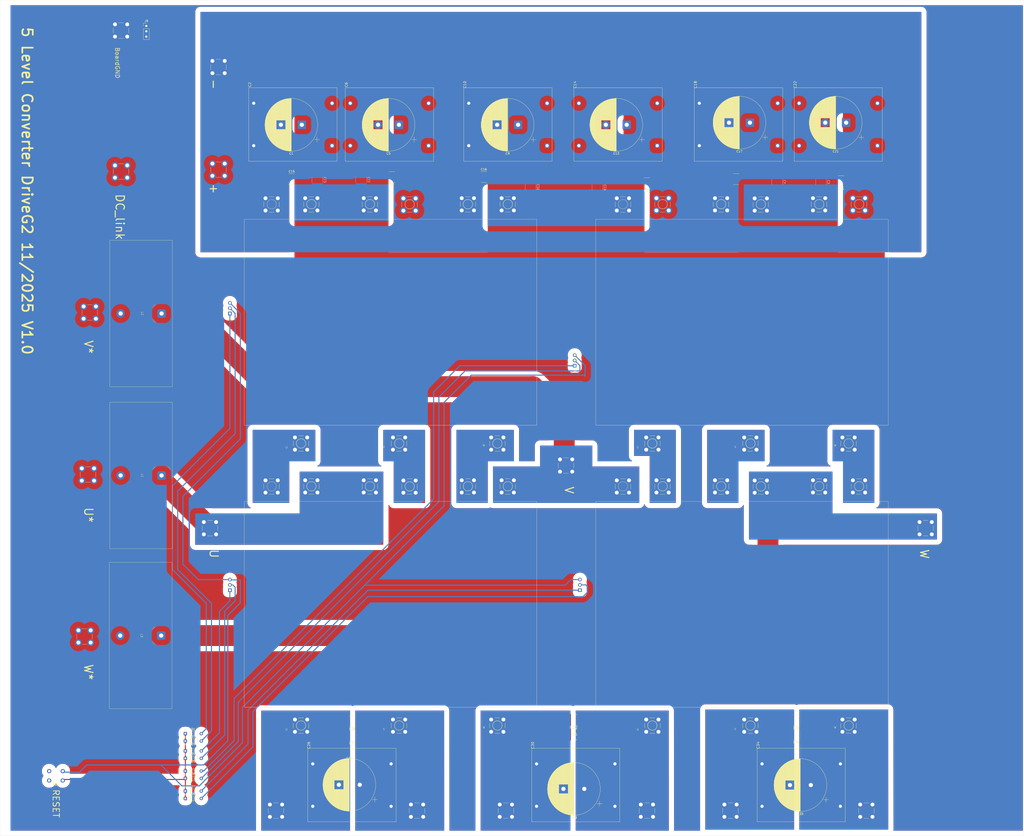
<source format=kicad_pcb>
(kicad_pcb (version 20241229) (generator "pcbnew") (generator_version "9.0")
  (layers (0 "F.Cu" signal) (2 "B.Cu" signal) (13 "F.Paste" user) (15 "B.Paste" user) (5 "F.SilkS" user "F.Silkscreen") (7 "B.SilkS" user "B.Silkscreen") (1 "F.Mask" user) (3 "B.Mask" user) (25 "Edge.Cuts" user))
  (net 0 "")
  (net 1 "/Vn")
  (net 2 "/Mid1")
  (net 3 "/Vp")
  (net 4 "Net-(D1-K)")
  (net 5 "Net-(D1-A)")
  (net 6 "/O2")
  (net 7 "/O1")
  (net 8 "/O4")
  (net 9 "/O3")
  (net 10 "/O5")
  (net 11 "/O6")
  (net 12 "/U")
  (net 13 "/V")
  (net 14 "/W")
  (net 15 "/I1")
  (net 16 "/I3")
  (net 17 "/I2")
  (net 18 "/I5")
  (net 19 "/I4")
  (net 20 "/I6")
  (net 21 "Net-(D2-A)")
  (net 22 "Net-(D3-A)")
  (net 23 "Net-(D4-A)")
  (net 24 "Net-(D5-A)")
  (net 25 "Net-(D6-A)")
  (net 26 "Net-(D7-A)")
  (net 27 "Net-(D8-A)")
  (net 28 "Net-(J4-Pin_3)")
  (net 29 "/GND")
  (net 30 "Net-(J19-Pin_1)")
  (net 31 "Net-(J20-Pin_1)")
  (net 32 "Net-(J21-Pin_1)")
  (footprint "PowerPCB:DriveG2Screw" (layer "F.Cu") (at 463.5 171.45)
    (property "Reference" "U3" (hide yes))
    (property "Value" "~" (hide yes))
  )
  (footprint "Diode_THT:D_DO-35_SOD27_P7.62mm_Horizontal" (layer "F.Cu") (at 213.69 430)
    (property "Reference" "D6")
    (property "Value" "1N914")
  )
  (footprint "Capacitor_SMD:C_2220_5750Metric_Pad1.97x5.40mm_HandSolder" (layer "F.Cu") (at 399.8625 402 180)
    (property "Reference" "C32")
    (property "Value" "C")
  )
  (footprint "Button_Switch_THT:SW_PUSH_6mm" (layer "F.Cu") (at 155 431 180)
    (property "Reference" "SW1")
    (property "Value" "SW_Push")
  )
  (footprint "Capacitor_THT:CP_Radial_D25.0mm_P10.00mm_SnapIn" (layer "F.Cu") (at 513.000371 433.185 180)
    (property "Reference" "C33")
    (property "Value" "C_Polarized")
  )
  (footprint "Capacitor_THT:CP_Radial_D25.0mm_P10.00mm_SnapIn" (layer "F.Cu") (at 404.605371 435 180)
    (property "Reference" "C29")
    (property "Value" "C_Polarized")
  )
  (footprint "Capacitor_THT:CP_Radial_D25.0mm_P10.00mm_SnapIn" (layer "F.Cu") (at 424.895 117.185 180)
    (property "Reference" "C13")
    (property "Value" "C_Polarized")
  )
  (footprint "Capacitor_SMD:C_2220_5750Metric_Pad1.97x5.40mm_HandSolder" (layer "F.Cu") (at 293.5325 409.635 180)
    (property "Reference" "C27")
    (property "Value" "C")
  )
  (footprint "Connector_PinHeader_2.54mm:PinHeader_1x03_P2.54mm_Vertical" (layer "F.Cu") (at 400 232.5 180)
    (property "Reference" "J6")
    (property "Value" "Conn_01x03_Pin")
  )
  (footprint "PowerComponentLibrary:Wuerth_REDCUBE-THR_WP-THRSH_74651175_THR" (layer "F.Cu") (at 167.065 284.565 -90)
    (property "Reference" "J19" (hide yes))
    (property "Value" "Conn_01x01_Pin" (hide yes))
  )
  (footprint "Capacitor_THT:CP_Radial_D25.0mm_P10.00mm_SnapIn" (layer "F.Cu") (at 529.895 116.185 180)
    (property "Reference" "C21")
    (property "Value" "C_Polarized")
  )
  (footprint "Capacitor_SMD:C_2220_5750Metric_Pad1.97x5.40mm_HandSolder" (layer "F.Cu") (at 506.0325 402.135 180)
    (property "Reference" "C36")
    (property "Value" "C")
  )
  (footprint "PowerComponentLibrary:Wuerth_REDCUBE-THR_WP-THRSH_74651175_THR" (layer "F.Cu") (at 539.565 445.435)
    (property "Reference" "J14" (hide yes))
    (property "Value" "Conn_01x01_Pin" (hide yes))
  )
  (footprint "PowerComponentLibrary:C_Wurth_WCAP-FTDB-L42W35H50" (layer "F.Cu") (at 330.095 127.185 180)
    (property "Reference" "C6")
    (property "Value" "C_Polarized" (hide yes))
  )
  (footprint "Capacitor_SMD:C_2220_5750Metric_Pad1.97x5.40mm_HandSolder" (layer "F.Cu") (at 293.5325 402.685 180)
    (property "Reference" "C28")
    (property "Value" "C")
  )
  (footprint "Connector_PinHeader_2.54mm:PinHeader_1x03_P2.54mm_Vertical" (layer "F.Cu") (at 235 339.92 180)
    (property "Reference" "J5")
    (property "Value" "Connector_PinHeader_1.00mm:PinHeader_1x03_P1.00mm_Vertical")
  )
  (footprint "PowerComponentLibrary:Wuerth_REDCUBE-THR_WP-THRSH_74651175_THR" (layer "F.Cu") (at 182.935 139.565 90)
    (property "Reference" "J15" (hide yes))
    (property "Value" "Conn_01x01_Pin" (hide yes))
  )
  (footprint "PowerComponentLibrary:Wuerth_REDCUBE-THR_WP-THRSH_74651175_THR" (layer "F.Cu") (at 257.065 445.435)
    (property "Reference" "J3" (hide yes))
    (property "Value" "Conn_01x01_Pin" (hide yes))
  )
  (footprint "PowerComponentLibrary:Wuerth_REDCUBE-THR_WP-THRSH_74651175_THR" (layer "F.Cu") (at 324.565 445.435)
    (property "Reference" "J10" (hide yes))
    (property "Value" "Conn_01x01_Pin" (hide yes))
  )
  (footprint "Capacitor_SMD:C_2220_5750Metric_Pad1.97x5.40mm_HandSolder" (layer "F.Cu") (at 399.8625 408.95 180)
    (property "Reference" "C31")
    (property "Value" "C")
  )
  (footprint "PowerComponentLibrary:Wuerth_REDCUBE-THR_WP-THRSH_74651175_THR" (layer "F.Cu") (at 395.895 280.25)
    (property "Reference" "J17" (hide yes))
    (property "Value" "Conn_01x01_Pin" (hide yes))
  )
  (footprint "Capacitor_SMD:C_2220_5750Metric_Pad1.97x5.40mm_HandSolder" (layer "F.Cu") (at 527.5325 144.185 180)
    (property "Reference" "C24")
    (property "Value" "C")
  )
  (footprint "Capacitor_THT:CP_Radial_D25.0mm_P10.00mm_SnapIn" (layer "F.Cu") (at 483.845 116.185 180)
    (property "Reference" "C17")
    (property "Value" "C_Polarized")
  )
  (footprint "PowerComponentLibrary:C_Wurth_WCAP-FTDB-L42W35H50" (layer "F.Cu") (at 283.895 127.185 180)
    (property "Reference" "C2")
    (property "Value" "C_Polarized" (hide yes))
  )
  (footprint "Capacitor_SMD:C_2220_5750Metric_Pad1.97x5.40mm_HandSolder" (layer "F.Cu") (at 264.5325 143.185)
    (property "Reference" "C15")
    (property "Value" "C")
  )
  (footprint "Diode_THT:D_DO-35_SOD27_P7.62mm_Horizontal" (layer "F.Cu") (at 213.69 436.05)
    (property "Reference" "D7")
    (property "Value" "1N914")
  )
  (footprint "PowerComponentLibrary:C_Wurth_WCAP-FTDB-L42W35H50" (layer "F.Cu") (at 312.145 443.335 180)
    (property "Reference" "C26")
    (property "Value" "C_Polarized" (hide yes))
  )
  (footprint "PowerComponentLibrary:Wuerth_REDCUBE-THR_WP-THRSH_74651175_THR" (layer "F.Cu") (at 567.96 310.25)
    (property "Reference" "J18" (hide yes))
    (property "Value" "Conn_01x01_Pin" (hide yes))
  )
  (footprint "PowerComponentLibrary:Wuerth_REDCUBE-THR_WP-THRSH_74651175_THR" (layer "F.Cu") (at 434.565 445.435)
    (property "Reference" "J12" (hide yes))
    (property "Value" "Conn_01x01_Pin" (hide yes))
  )
  (footprint "PowerPCB:DriveG2Screw" (layer "F.Cu") (at 463.5 306.45)
    (property "Reference" "U4" (hide yes))
    (property "Value" "~" (hide yes))
  )
  (footprint "Capacitor_THT:CP_Radial_D25.0mm_P10.00mm_SnapIn" (layer "F.Cu") (at 315.895 117.185 180)
    (property "Reference" "C5")
    (property "Value" "C_Polarized")
  )
  (footprint "Diode_THT:D_DO-35_SOD27_P7.62mm_Horizontal" (layer "F.Cu") (at 213.69 408.55)
    (property "Reference" "D1")
    (property "Value" "1N914")
  )
  (footprint "Connector_PinHeader_2.54mm:PinHeader_1x03_P2.54mm_Vertical" (layer "F.Cu") (at 402.5 339.92 180)
    (property "Reference" "J7")
    (property "Value" "Conn_01x03_Pin")
  )
  (footprint "Capacitor_THT:CP_Radial_D25.0mm_P10.00mm_SnapIn" (layer "F.Cu") (at 297.145 433.035 180)
    (property "Reference" "C25")
    (property "Value" "C_Polarized")
  )
  (footprint "Capacitor_SMD:C_2220_5750Metric_Pad1.97x5.40mm_HandSolder" (layer "F.Cu") (at 356.5325 142.185)
    (property "Reference" "C16")
    (property "Value" "C")
  )
  (footprint "PowerComponentLibrary:Wuerth_REDCUBE-THR_WP-THRSH_74651175_THR" (layer "F.Cu") (at 367.065 445.435)
    (property "Reference" "J11" (hide yes))
    (property "Value" "Conn_01x01_Pin" (hide yes))
  )
  (footprint "Connector_PinHeader_2.54mm:PinHeader_1x03_P2.54mm_Vertical" (layer "F.Cu") (at 235 207.5 180)
    (property "Reference" "J4")
    (property "Value" "Conn_01x03_Pin")
  )
  (footprint "PowerComponentLibrary:Wuerth_REDCUBE-THR_WP-THRSH_74651175_THR" (layer "F.Cu") (at 165.435 362.065 -90)
    (property "Reference" "J21" (hide yes))
    (property "Value" "Conn_01x01_Pin" (hide yes))
  )
  (footprint "PowerComponentLibrary:C_Wurth_WCAP-FTDB-L42W35H50" (layer "F.Cu") (at 419.250371 443.335 180)
    (property "Reference" "C30")
    (property "Value" "C_Polarized" (hide yes))
  )
  (footprint "Capacitor_THT:CP_Radial_D25.0mm_P10.00mm_SnapIn" (layer "F.Cu") (at 372.895 117.185 180)
    (property "Reference" "C9")
    (property "Value" "C_Polarized")
  )
  (footprint "PowerPCB:Inductor" (layer "F.Cu") (at 192.5 207.5 -90)
    (property "Reference" "L2")
    (property "Value" "L")
  )
  (footprint "PowerComponentLibrary:Wuerth_REDCUBE-THR_WP-THRSH_74651175_THR" (layer "F.Cu") (at 182.935 72.065)
    (property "Reference" "J8" (hide yes))
    (property "Value" "Conn_01x01_Pin" (hide yes))
  )
  (footprint "Capacitor_SMD:C_2220_5750Metric_Pad1.97x5.40mm_HandSolder" (layer "F.Cu") (at 312.5325 142.185 180)
    (property "Reference" "C8")
    (property "Value" "C")
  )
  (footprint "PowerComponentLibrary:Wuerth_REDCUBE-THR_WP-THRSH_74651175_THR" (layer "F.Cu") (at 167.935 207.065 -90)
    (property "Reference" "J20" (hide yes))
    (property "Value" "Conn_01x01_Pin" (hide yes))
  )
  (footprint "PowerComponentLibrary:Wuerth_REDCUBE-THR_WP-THRSH_74651175_THR" (layer "F.Cu") (at 225.46 310.25)
    (property "Reference" "J2" (hide yes))
    (property "Value" "Conn_01x01_Pin" (hide yes))
  )
  (footprint "Capacitor_THT:CP_Radial_D25.0mm_P10.00mm_SnapIn" (layer "F.Cu") (at 269.395 117.185 180)
    (property "Reference" "C1")
    (property "Value" "C_Polarized")
  )
  (footprint "Capacitor_SMD:C_2220_5750Metric_Pad1.97x5.40mm_HandSolder" (layer "F.Cu") (at 506.0325 409.085 180)
    (property "Reference" "C35")
    (property "Value" "C")
  )
  (footprint "PowerPCB:Inductor" (layer "F.Cu") (at 192.3 361.63 -90)
    (property "Reference" "L3")
    (property "Value" "L")
  )
  (footprint "Diode_THT:D_DO-35_SOD27_P7.62mm_Horizontal" (layer "F.Cu") (at 213.69 416.85)
    (property "Reference" "D3")
    (property "Value" "1N914")
  )
  (footprint "PowerComponentLibrary:C_Wurth_WCAP-FTDB-L42W35H50" (layer "F.Cu") (at 439.495 127.185 180)
    (property "Reference" "C14")
    (property "Value" "C_Polarized" (hide yes))
  )
  (footprint "PowerComponentLibrary:Wuerth_REDCUBE-THR_WP-THRSH_74651175_THR" (layer "F.Cu") (at 474.565 445.435)
    (property "Reference" "J13" (hide yes))
    (property "Value" "Conn_01x01_Pin" (hide yes))
  )
  (footprint "PowerComponentLibrary:C_Wurth_WCAP-FTDB-L42W35H50" (layer "F.Cu") (at 497.145 127.185 180)
    (property "Reference" "C18")
    (property "Value" "C_Polarized" (hide yes))
  )
  (footprint "Diode_THT:D_DO-35_SOD27_P7.62mm_Horizontal" (layer "F.Cu") (at 213.69 412.1)
    (property "Reference" "D2")
    (property "Value" "1N914")
  )
  (footprint "Diode_THT:D_DO-35_SOD27_P7.62mm_Horizontal" (layer "F.Cu") (at 213.69 420.4)
    (property "Reference" "D4")
    (property "Value" "1N914")
  )
  (footprint "PowerPCB:Inductor" (layer "F.Cu") (at 192.5 285 -90)
    (property "Reference" "L1")
    (property "Value" "L")
  )
  (footprint "PowerPCB:DriveG2Screw" (layer "F.Cu") (at 295.4 171.45)
    (property "Reference" "U2" (hide yes))
    (property "Value" "~" (hide yes))
  )
  (footprint "PowerComponentLibrary:C_Wurth_WCAP-FTDB-L42W35H50" (layer "F.Cu") (at 544.895 127.185 180)
    (property "Reference" "C22")
    (property "Value" "C_Polarized" (hide yes))
  )
  (footprint "PowerComponentLibrary:C_Wurth_WCAP-FTDB-L42W35H50" (layer "F.Cu") (at 386.795 127.185 180)
    (property "Reference" "C10")
    (property "Value" "C_Polarized" (hide yes))
  )
  (footprint "Capacitor_SMD:C_2220_5750Metric_Pad1.97x5.40mm_HandSolder" (layer "F.Cu") (at 434.5325 145.185 180)
    (property "Reference" "C23")
    (property "Value" "C")
  )
  (footprint "Connector_PinHeader_2.54mm:PinHeader_1x03_P2.54mm_Vertical" (layer "F.Cu") (at 195 69.92)
    (property "Reference" "J9")
    (property "Value" "Conn_01x03_Pin")
  )
  (footprint "PowerComponentLibrary:C_Wurth_WCAP-FTDB-L42W35H50" (layer "F.Cu") (at 527.145 443.335 180)
    (property "Reference" "C34")
    (property "Value" "C_Polarized" (hide yes))
  )
  (footprint "Diode_THT:D_DO-35_SOD27_P7.62mm_Horizontal" (layer "F.Cu") (at 213.69 426.45)
    (property "Reference" "D5")
    (property "Value" "1N914")
  )
  (footprint "Diode_THT:D_DO-35_SOD27_P7.62mm_Horizontal" (layer "F.Cu") (at 213.69 439.6)
    (property "Reference" "D8")
    (property "Value" "1N914")
  )
  (footprint "PowerComponentLibrary:Wuerth_REDCUBE-THR_WP-THRSH_74651175_THR" (layer "F.Cu") (at 229.565 138.695)
    (property "Reference" "J1" (hide yes))
    (property "Value" "Conn_01x01_Pin" (hide yes))
  )
  (footprint "PowerComponentLibrary:Wuerth_REDCUBE-THR_WP-THRSH_74651175_THR" (layer "F.Cu") (at 229.565 89.565)
    (property "Reference" "J16" (hide yes))
    (property "Value" "Conn_01x01_Pin" (hide yes))
  )
  (footprint "Capacitor_SMD:C_2220_5750Metric_Pad1.97x5.40mm_HandSolder" (layer "F.Cu") (at 477.2575 143.185)
    (property "Reference" "C7")
    (property "Value" "C")
  )
  (footprint "PowerPCB:DriveG2Screw" (layer "F.Cu") (at 295.4 306.45)
    (property "Reference" "U1" (hide yes))
    (property "Value" "~" (hide yes))
  )
  (footprint "Capacitor_SMD:C_2220_5750Metric_Pad1.97x5.40mm_HandSolder" (layer "B.Cu") (at 378.895 147.0125 90)
    (property "Reference" "C20")
    (property "Value" "C")
  )
  (footprint "Capacitor_SMD:C_2220_5750Metric_Pad1.97x5.40mm_HandSolder" (layer "B.Cu") (at 276.895 143.5475 90)
    (property "Reference" "C12")
    (property "Value" "C")
  )
  (footprint "Capacitor_SMD:C_2220_5750Metric_Pad1.97x5.40mm_HandSolder" (layer "B.Cu") (at 517.895 144.5475 90)
    (property "Reference" "C3")
    (property "Value" "C")
  )
  (footprint "Capacitor_SMD:C_2220_5750Metric_Pad1.97x5.40mm_HandSolder" (layer "B.Cu") (at 496.895 144.5475 90)
    (property "Reference" "C4")
    (property "Value" "C")
  )
  (footprint "Capacitor_SMD:C_2220_5750Metric_Pad1.97x5.40mm_HandSolder" (layer "B.Cu") (at 297.845 143.5475 90)
    (property "Reference" "C11")
    (property "Value" "C")
  )
  (footprint "Capacitor_SMD:C_2220_5750Metric_Pad1.97x5.40mm_HandSolder" (layer "B.Cu") (at 410.895 147.185 90)
    (property "Reference" "C19")
    (property "Value" "C")
  )
  (gr_rect (start 125 57.5) (end 615 457.5) (stroke (width 0.05)) (fill no) (layer "Edge.Cuts"))
  (gr_text "U" (at 225 320 270) (layer "F.SilkS") (effects (font (size 4 4) (thickness 0.5)) (justify left bottom)))
  (gr_text "U*" (at 165 300 270) (layer "F.SilkS") (effects (font (size 4 4) (thickness 0.5)) (justify left bottom)))
  (gr_text "+" (at 225 145 270) (layer "F.SilkS") (effects (font (size 4 4) (thickness 0.5)) (justify left bottom)))
  (gr_text "W" (at 565 320 270) (layer "F.SilkS") (effects (font (size 4 4) (thickness 0.5)) (justify left bottom)))
  (gr_text "DC_link\n" (at 180 150 270) (layer "F.SilkS") (effects (font (size 4 4) (thickness 0.5)) (justify left bottom)))
  (gr_text "BoardGND\n" (at 180 80 270) (layer "F.SilkS") (effects (font (size 2 2) (thickness 0.25)) (justify left bottom)))
  (gr_text "5 Level Converter DriveG2 11/2025 V1.0" (at 135 70 270) (layer "F.SilkS") (effects (font (size 5 5) (thickness 0.8)) (justify left bottom)))
  (gr_text "V\n" (at 395 290 270) (layer "F.SilkS") (effects (font (size 4 4) (thickness 0.5)) (justify left bottom)))
  (gr_text "RESET" (at 150 435 270) (layer "F.SilkS") (effects (font (size 3 3) (thickness 0.375)) (justify left bottom)))
  (gr_text "W*\n" (at 165 375 270) (layer "F.SilkS") (effects (font (size 4 4) (thickness 0.5)) (justify left bottom)))
  (gr_text "-" (at 225 95 270) (layer "F.SilkS") (effects (font (size 4 4) (thickness 0.5)) (justify left bottom)))
  (gr_text "V*\n" (at 165 220 270) (layer "F.SilkS") (effects (font (size 4 4) (thickness 0.5)) (justify left bottom)))
  (segment (start 185.87 142.5) (end 180 142.5) (width 10) (layer "F.Cu") (net 2))
  (segment (start 200 182.5) (end 207.5 190) (width 10) (layer "F.Cu") (net 2))
  (segment (start 180 136.63) (end 180 142.5) (width 10) (layer "F.Cu") (net 2))
  (segment (start 185.87 142.5) (end 200 156.63) (width 10) (layer "F.Cu") (net 2))
  (segment (start 200 156.63) (end 200 182.5) (width 10) (layer "F.Cu") (net 2))
  (segment (start 180 136.63) (end 185.87 136.63) (width 10) (layer "F.Cu") (net 2))
  (segment (start 207.5 190) (end 275 190) (width 10) (layer "F.Cu") (net 2))
  (segment (start 185.87 142.5) (end 185.87 136.63) (width 10) (layer "F.Cu") (net 2))
  (segment (start 275 190) (end 277.5 192.5) (width 10) (layer "F.Cu") (net 2))
  (segment (start 155 430.5) (end 213.19 430.5) (width 0.5) (layer "F.Cu") (net 4))
  (segment (start 213.69 408.55) (end 213.69 439.6) (width 0.5) (layer "F.Cu") (net 4))
  (segment (start 213.19 430.5) (end 213.69 430) (width 0.5) (layer "F.Cu") (net 4))
  (segment (start 207.5 330) (end 207.5 290) (width 0.5) (layer "B.Cu") (net 5))
  (segment (start 221.31 408.55) (end 223.69 406.17) (width 0.5) (layer "B.Cu") (net 5))
  (segment (start 223.69 406.17) (end 223.69 346.19) (width 0.5) (layer "B.Cu") (net 5))
  (segment (start 207.5 290) (end 235 262.5) (width 0.5) (layer "B.Cu") (net 5))
  (segment (start 235 262.5) (end 235 207.5) (width 0.5) (layer "B.Cu") (net 5))
  (segment (start 223.69 346.19) (end 207.5 330) (width 0.5) (layer "B.Cu") (net 5))
  (segment (start 202.3 285) (end 202.3 287.09) (width 10) (layer "F.Cu") (net 12))
  (segment (start 202.3 287.09) (end 228.395 313.185) (width 10) (layer "F.Cu") (net 12))
  (segment (start 380 242.5) (end 395 257.5) (width 10) (layer "F.Cu") (net 13))
  (segment (start 395 257.5) (end 395 279.355) (width 10) (layer "F.Cu") (net 13))
  (segment (start 217.5 207.5) (end 252.5 242.5) (width 10) (layer "F.Cu") (net 13))
  (segment (start 395 279.355) (end 398.83 283.185) (width 10) (layer "F.Cu") (net 13))
  (segment (start 252.5 242.5) (end 380 242.5) (width 10) (layer "F.Cu") (net 13))
  (segment (start 202.3 207.5) (end 217.5 207.5) (width 10) (layer "F.Cu") (net 13))
  (segment (start 468.37 361.63) (end 492.5 337.5) (width 10) (layer "F.Cu") (net 14))
  (segment (start 492.5 337.5) (end 492.5 310) (width 10) (layer "F.Cu") (net 14))
  (segment (start 202.1 361.63) (end 468.37 361.63) (width 10) (layer "F.Cu") (net 14))
  (segment (start 226.19 407.22) (end 221.31 412.1) (width 0.5) (layer "B.Cu") (net 21))
  (segment (start 235 204.96) (end 237.5 207.46) (width 0.5) (layer "B.Cu") (net 21))
  (segment (start 210 330) (end 226.19 346.19) (width 0.5) (layer "B.Cu") (net 21))
  (segment (start 210 292.5) (end 210 330) (width 0.5) (layer "B.Cu") (net 21))
  (segment (start 237.5 265) (end 210 292.5) (width 0.5) (layer "B.Cu") (net 21))
  (segment (start 237.5 207.46) (end 237.5 265) (width 0.5) (layer "B.Cu") (net 21))
  (segment (start 226.19 346.19) (end 226.19 407.22) (width 0.5) (layer "B.Cu") (net 21))
  (segment (start 221.31 416.85) (end 230 408.16) (width 0.5) (layer "B.Cu") (net 22))
  (segment (start 235 345) (end 235 339.92) (width 0.5) (layer "B.Cu") (net 22))
  (segment (start 230 350) (end 235 345) (width 0.5) (layer "B.Cu") (net 22))
  (segment (start 230 408.16) (end 230 350) (width 0.5) (layer "B.Cu") (net 22))
  (segment (start 232.5 409.21) (end 232.5 350) (width 0.5) (layer "B.Cu") (net 23))
  (segment (start 237.5 338.5) (end 236.38 337.38) (width 0.5) (layer "B.Cu") (net 23))
  (segment (start 221.31 420.4) (end 232.5 409.21) (width 0.5) (layer "B.Cu") (net 23))
  (segment (start 237.5 345) (end 237.5 338.5) (width 0.5) (layer "B.Cu") (net 23))
  (segment (start 236.38 337.38) (end 235 337.38) (width 0.5) (layer "B.Cu") (net 23))
  (segment (start 232.5 350) (end 237.5 345) (width 0.5) (layer "B.Cu") (net 23))
  (segment (start 345 232.5) (end 400 232.5) (width 0.5) (layer "B.Cu") (net 24))
  (segment (start 221.31 426.45) (end 222.44137 426.45) (width 0.5) (layer "B.Cu") (net 24))
  (segment (start 237 411.89137) (end 237 391.75) (width 0.5) (layer "B.Cu") (net 24))
  (segment (start 222.44137 426.45) (end 237 411.89137) (width 0.5) (layer "B.Cu") (net 24))
  (segment (start 332.5 245) (end 345 232.5) (width 0.5) (layer "B.Cu") (net 24))
  (segment (start 237 391.75) (end 332.5 296.25) (width 0.5) (layer "B.Cu") (net 24))
  (segment (start 332.5 296.25) (end 332.5 245) (width 0.5) (layer "B.Cu") (net 24))
  (segment (start 239 393.5) (end 335 297.5) (width 0.5) (layer "B.Cu") (net 25))
  (segment (start 239 412.31) (end 239 393.5) (width 0.5) (layer "B.Cu") (net 25))
  (segment (start 335 297.5) (end 335 247.5) (width 0.5) (layer "B.Cu") (net 25))
  (segment (start 402.5 235) (end 402.5 232.46) (width 0.5) (layer "B.Cu") (net 25))
  (segment (start 402.5 232.46) (end 400 229.96) (width 0.5) (layer "B.Cu") (net 25))
  (segment (start 347.5 235) (end 402.5 235) (width 0.5) (layer "B.Cu") (net 25))
  (segment (start 221.31 430) (end 239 412.31) (width 0.5) (layer "B.Cu") (net 25))
  (segment (start 335 247.5) (end 347.5 235) (width 0.5) (layer "B.Cu") (net 25))
  (segment (start 243.69 397.31) (end 243.69 413.55) (width 0.5) (layer "B.Cu") (net 26))
  (segment (start 301.08 339.92) (end 243.69 397.31) (width 0.5) (layer "B.Cu") (net 26))
  (segment (start 402.5 339.92) (end 301.08 339.92) (width 0.5) (layer "B.Cu") (net 26))
  (segment (start 243.69 413.55) (end 221.31 435.93) (width 0.5) (layer "B.Cu") (net 26))
  (segment (start 221.31 439.6) (end 246 414.91) (width 0.5) (layer "B.Cu") (net 27))
  (segment (start 406 337.94) (end 405.44 337.38) (width 0.5) (layer "B.Cu") (net 27))
  (segment (start 246 414.91) (end 246 398) (width 0.5) (layer "B.Cu") (net 27))
  (segment (start 405.44 337.38) (end 402.5 337.38) (width 0.5) (layer "B.Cu") (net 27))
  (segment (start 404 343) (end 406 341) (width 0.5) (layer "B.Cu") (net 27))
  (segment (start 406 341) (end 406 337.94) (width 0.5) (layer "B.Cu") (net 27))
  (segment (start 301 343) (end 404 343) (width 0.5) (layer "B.Cu") (net 27))
  (segment (start 246 398) (end 301 343) (width 0.5) (layer "B.Cu") (net 27))
  (segment (start 398.16 334.84) (end 395.5 337.5) (width 0.5) (layer "B.Cu") (net 28))
  (segment (start 395.5 337.5) (end 299.5 337.5) (width 0.5) (layer "B.Cu") (net 28))
  (segment (start 240 267.5) (end 212.5 295) (width 0.5) (layer "B.Cu") (net 28))
  (segment (start 241 396) (end 241 412.909591) (width 0.5) (layer "B.Cu") (net 28))
  (segment (start 337.5 299.5) (end 299.5 337.5) (width 0.5) (layer "B.Cu") (net 28))
  (segment (start 212 433.55) (end 202 423.55) (width 0.5) (layer "B.Cu") (net 28))
  (segment (start 235.16 335) (end 240 335) (width 0.5) (layer "B.Cu") (net 28))
  (segment (start 212.5 327.5) (end 220 335) (width 0.5) (layer "B.Cu") (net 28))
  (segment (start 155 426.5) (end 155 427) (width 0.5) (layer "B.Cu") (net 28))
  (segment (start 405 237.5) (end 404.5 237) (width 0.5) (layer "B.Cu") (net 28))
  (segment (start 220.359591 433.55) (end 212 433.55) (width 0.5) (layer "B.Cu") (net 28))
  (segment (start 241 412.909591) (end 240.954795 412.954795) (width 0.5) (layer "B.Cu") (net 28))
  (segment (start 402.5 334.84) (end 398.16 334.84) (width 0.5) (layer "B.Cu") (net 28))
  (segment (start 240.954795 412.954795) (end 220.359591 433.55) (width 0.5) (layer "B.Cu") (net 28))
  (segment (start 337.5 250) (end 337.5 299.5) (width 0.5) (layer "B.Cu") (net 28))
  (segment (start 240 335) (end 240 346) (width 0.5) (layer "B.Cu") (net 28))
  (segment (start 350.5 237) (end 337.5 250) (width 0.5) (layer "B.Cu") (net 28))
  (segment (start 155 427) (end 163 427) (width 0.5) (layer "B.Cu") (net 28))
  (segment (start 220 335) (end 220.16 334.84) (width 0.5) (layer "B.Cu") (net 28))
  (segment (start 222.44 423.55) (end 202 423.55) (width 0.5) (layer "B.Cu") (net 28))
  (segment (start 240 207.42) (end 240 267.5) (width 0.5) (layer "B.Cu") (net 28))
  (segment (start 400 227.42) (end 405 232.42) (width 0.5) (layer "B.Cu") (net 28))
  (segment (start 163 427) (end 166.45 423.55) (width 0.5) (layer "B.Cu") (net 28))
  (segment (start 212.5 295) (end 212.5 327.5) (width 0.5) (layer "B.Cu") (net 28))
  (segment (start 405 232.42) (end 405 237.5) (width 0.5) (layer "B.Cu") (net 28))
  (segment (start 404.5 237) (end 350.5 237) (width 0.5) (layer "B.Cu") (net 28))
  (segment (start 234 411.99) (end 222.44 423.55) (width 0.5) (layer "B.Cu") (net 28))
  (segment (start 220.16 334.84) (end 235 334.84) (width 0.5) (layer "B.Cu") (net 28))
  (segment (start 234 352) (end 234 411.99) (width 0.5) (layer "B.Cu") (net 28))
  (segment (start 235 202.42) (end 240 207.42) (width 0.5) (layer "B.Cu") (net 28))
  (segment (start 240 346) (end 234 352) (width 0.5) (layer "B.Cu") (net 28))
  (segment (start 202 423.55) (end 166.45 423.55) (width 0.5) (layer "B.Cu") (net 28))
  (segment (start 299.5 337.5) (end 241 396) (width 0.5) (layer "B.Cu") (net 28))
  (segment (start 235 334.84) (end 235.16 335) (width 0.5) (layer "B.Cu") (net 28))
  (segment (start 164.13 287.5) (end 164.13 281.63) (width 10) (layer "F.Cu") (net 30))
  (segment (start 164.13 281.63) (end 170 281.63) (width 10) (layer "F.Cu") (net 30))
  (segment (start 164.13 287.5) (end 170 287.5) (width 10) (layer "F.Cu") (net 30))
  (segment (start 170 281.63) (end 170 287.5) (width 10) (layer "F.Cu") (net 30))
  (segment (start 172.5 285) (end 170 287.5) (width 10) (layer "F.Cu") (net 30))
  (segment (start 182.7 285) (end 172.5 285) (width 10) (layer "F.Cu") (net 30))
  (segment (start 170.87 204.13) (end 170.87 210) (width 10) (layer "F.Cu") (net 31))
  (segment (start 182.7 207.5) (end 168.37 207.5) (width 10) (layer "F.Cu") (net 31))
  (segment (start 167.5 207.5) (end 165 210) (width 10) (layer "F.Cu") (net 31))
  (segment (start 170.87 204.13) (end 165 204.13) (width 10) (layer "F.Cu") (net 31))
  (segment (start 165 204.13) (end 168.37 207.5) (width 10) (layer "F.Cu") (net 31))
  (segment (start 168.37 207.5) (end 167.5 207.5) (width 10) (layer "F.Cu") (net 31))
  (segment (start 165 210) (end 165 204.13) (width 10) (layer "F.Cu") (net 31))
  (segment (start 170.87 210) (end 165 210) (width 10) (layer "F.Cu") (net 31))
  (segment (start 162.5 365) (end 162.5 359.13) (width 10) (layer "F.Cu") (net 32))
  (segment (start 162.5 359.13) (end 168.37 359.13) (width 10) (layer "F.Cu") (net 32))
  (segment (start 171.74 361.63) (end 168.37 365) (width 10) (layer "F.Cu") (net 32))
  (segment (start 168.37 359.13) (end 168.37 365) (width 10) (layer "F.Cu") (net 32))
  (segment (start 162.5 365) (end 168.37 365) (width 10) (layer "F.Cu") (net 32))
  (segment (start 182.5 361.63) (end 171.74 361.63) (width 10) (layer "F.Cu") (net 32))
  (zone (net 2) (net_name "/Mid1") (layer "F.Cu") (priority 2) (connect_pads yes (clearance 2.5)) (min_thickness 0.25) (fill yes (thermal_gap 0.5) (thermal_bridge_width 0.5))
    (polygon (pts (xy 548.395 178.185) (xy 525.895 178.185) (xy 525.895 103.185) (xy 478.395 103.185) (xy 478.395 178.185) (xy 433.395 178.185) (xy 433.395 139.185) (xy 420.895 139.185) (xy 420.895 103.185) (xy 368.395 103.185) (xy 368.395 139.185) (xy 358.395 139.185) (xy 358.395 178.185) (xy 310.895 178.185) (xy 310.895 103.185) (xy 265.895 103.185) (xy 265.895 220.685) (xy 548.395 220.685)))
  )
  (zone (net 3) (net_name "/Vp") (layer "F.Cu") (connect_pads yes (clearance 2.5)) (min_thickness 0.25) (fill yes (thermal_gap 0.5) (thermal_bridge_width 0.5))
    (polygon (pts (xy 220.895 178.185) (xy 565.895 178.185) (xy 565.895 63.185) (xy 220.895 63.185)))
  )
  (zone (net 7) (net_name "/O1") (layers "F.Cu" "B.Cu") (priority 11) (connect_pads yes (clearance 2.5)) (min_thickness 0.25) (fill yes (thermal_gap 0.5) (thermal_bridge_width 0.5))
    (polygon (pts (xy 292.5 397.5) (xy 292.539629 455) (xy 250 455) (xy 250 397.5)))
  )
  (zone (net 29) (net_name "/GND") (layers "F.Cu" "B.Cu") (connect_pads yes (clearance 2.5)) (min_thickness 0.25) (fill yes (thermal_gap 0.5) (thermal_bridge_width 0.5))
    (polygon (pts (xy 130 60) (xy 130 455) (xy 615 455) (xy 615 60)))
  )
  (zone (net 18) (net_name "/I5") (layers "F.Cu" "B.Cu") (priority 7) (connect_pads yes (clearance 2.5)) (min_thickness 0.25) (fill yes (thermal_gap 0.5) (thermal_bridge_width 0.5))
    (polygon (pts (xy 478.395 278.185) (xy 490.895 278.185) (xy 490.895 263.185) (xy 463.395 263.185) (xy 463.395 298.185) (xy 478.395 298.185)))
  )
  (zone (net 9) (net_name "/O3") (layers "F.Cu" "B.Cu") (priority 11) (connect_pads yes (clearance 2.5)) (min_thickness 0.25) (fill yes (thermal_gap 0.5) (thermal_bridge_width 0.5))
    (polygon (pts (xy 399 397.5) (xy 399.039629 455) (xy 355 455) (xy 355 397.5)))
  )
  (zone (net 8) (net_name "/O4") (layers "F.Cu" "B.Cu") (priority 11) (connect_pads yes (clearance 2.5)) (min_thickness 0.25) (fill yes (thermal_gap 0.5) (thermal_bridge_width 0.5))
    (polygon (pts (xy 445 397.5) (xy 445.039629 455) (xy 400.5 455) (xy 400.5 397.5)))
  )
  (zone (net 20) (net_name "/I6") (layers "F.Cu" "B.Cu") (priority 8) (connect_pads yes (clearance 2.5)) (min_thickness 0.25) (fill yes (thermal_gap 0.5) (thermal_bridge_width 0.5))
    (polygon (pts (xy 523.395 263.185) (xy 523.395 278.185) (xy 528.395 278.185) (xy 528.395 298.185) (xy 543.395 298.185) (xy 543.395 263.185)))
  )
  (zone (net 14) (net_name "/W") (layers "F.Cu" "B.Cu") (priority 9) (connect_pads yes (clearance 2.5)) (min_thickness 0.25) (fill yes (thermal_gap 0.5) (thermal_bridge_width 0.5))
    (polygon (pts (xy 483.395 283.185) (xy 523.395 283.185) (xy 523.395 303.185) (xy 573.395 303.185) (xy 573.395 315.685) (xy 483.395 315.685)))
  )
  (zone (net 6) (net_name "/O2") (layers "F.Cu" "B.Cu") (priority 11) (connect_pads yes (clearance 2.5)) (min_thickness 0.25) (fill yes (thermal_gap 0.5) (thermal_bridge_width 0.5))
    (polygon (pts (xy 337.5 397.5) (xy 337.539629 455) (xy 295 455) (xy 295 397.5)))
  )
  (zone (net 16) (net_name "/I3") (layers "F.Cu" "B.Cu") (priority 1) (connect_pads yes (clearance 2.5)) (min_thickness 0.25) (fill yes (thermal_gap 0.5) (thermal_bridge_width 0.5))
    (polygon (pts (xy 370.895 263.185) (xy 343.395 263.185) (xy 343.395 298.185) (xy 358.395 298.185) (xy 358.395 278.185) (xy 370.895 278.185)))
  )
  (zone (net 12) (net_name "/U") (layers "F.Cu" "B.Cu") (priority 10) (connect_pads yes (clearance 2.5)) (min_thickness 0.25) (fill yes (thermal_gap 0.5) (thermal_bridge_width 0.5))
    (polygon (pts (xy 268.395 283.185) (xy 308.395 283.185) (xy 308.395 318.185) (xy 218.395 318.185) (xy 218.395 303.185) (xy 268.395 303.185)))
  )
  (zone (net 10) (net_name "/O5") (layers "F.Cu" "B.Cu") (priority 11) (connect_pads yes (clearance 2.5)) (min_thickness 0.25) (fill yes (thermal_gap 0.5) (thermal_bridge_width 0.5))
    (polygon (pts (xy 505 397) (xy 505.039629 454.5) (xy 462.5 454.5) (xy 462.5 397)))
  )
  (zone (net 15) (net_name "/I1") (layers "F.Cu" "B.Cu") (priority 4) (connect_pads yes (clearance 2.5)) (min_thickness 0.25) (fill yes (thermal_gap 0.5) (thermal_bridge_width 0.5))
    (polygon (pts (xy 275.895 263.185) (xy 245.895 263.185) (xy 245.895 298.185) (xy 263.395 298.185) (xy 263.395 278.185) (xy 275.895 278.185)))
  )
  (zone (net 1) (net_name "/Vn") (layers "F.Cu" "B.Cu") (connect_pads yes (clearance 2.5)) (min_thickness 0.25) (fill yes (thermal_gap 0.5) (thermal_bridge_width 0.5))
    (polygon (pts (xy 220.895 178.185) (xy 565.895 178.185) (xy 565.895 63.185) (xy 220.895 63.185)))
  )
  (zone (net 17) (net_name "/I2") (layers "F.Cu" "B.Cu") (priority 3) (connect_pads yes (clearance 2.5)) (min_thickness 0.25) (fill yes (thermal_gap 0.5) (thermal_bridge_width 0.5))
    (polygon (pts (xy 308.395 263.185) (xy 308.395 278.185) (xy 313.395 278.185) (xy 313.395 298.185) (xy 328.395 298.185) (xy 328.395 263.185)))
  )
  (zone (net 19) (net_name "/I4") (layers "F.Cu" "B.Cu") (priority 6) (connect_pads yes (clearance 2.5)) (min_thickness 0.25) (fill yes (thermal_gap 0.5) (thermal_bridge_width 0.5))
    (polygon (pts (xy 428.395 263.185) (xy 428.395 275.685) (xy 435.895 275.685) (xy 435.895 298.185) (xy 448.395 298.185) (xy 448.395 263.185)))
  )
  (zone (net 11) (net_name "/O6") (layers "F.Cu" "B.Cu") (priority 11) (connect_pads yes (clearance 2.5)) (min_thickness 0.25) (fill yes (thermal_gap 0.5) (thermal_bridge_width 0.5))
    (polygon (pts (xy 550 397) (xy 550.039629 454.5) (xy 507.5 454.5) (xy 507.5 397)))
  )
  (zone (net 13) (net_name "/V") (layers "F.Cu" "B.Cu") (priority 5) (connect_pads yes (clearance 2.5)) (min_thickness 0.25) (fill yes (thermal_gap 0.5) (thermal_bridge_width 0.5))
    (polygon (pts (xy 360.895 280.685) (xy 383.395 280.685) (xy 383.395 270.685) (xy 408.395 270.685) (xy 408.395 280.685) (xy 430.895 280.685) (xy 430.895 298.185) (xy 360.895 298.185)))
  )
  (zone (net 2) (net_name "/Mid1") (layer "B.Cu") (priority 2) (connect_pads yes (clearance 2.5)) (min_thickness 0.25) (fill yes (thermal_gap 0.5) (thermal_bridge_width 0.5))
    (polygon (pts (xy 265.895 145.685) (xy 265.895 163.185) (xy 310.895 163.185) (xy 310.895 145.685)))
  )
  (zone (net 2) (net_name "/Mid1") (layer "B.Cu") (priority 2) (connect_pads yes (clearance 2.5)) (min_thickness 0.25) (fill yes (thermal_gap 0.5) (thermal_bridge_width 0.5))
    (polygon (pts (xy 480.895 145.685) (xy 480.895 163.185) (xy 525.895 163.185) (xy 525.895 145.685)))
  )
  (zone (net 2) (net_name "/Mid1") (layer "B.Cu") (priority 2) (connect_pads yes (clearance 2.5)) (min_thickness 0.25) (fill yes (thermal_gap 0.5) (thermal_bridge_width 0.5))
    (polygon (pts (xy 358.395 148.185) (xy 358.395 165.685) (xy 433.395 165.685) (xy 433.395 148.185)))
  )
)
</source>
